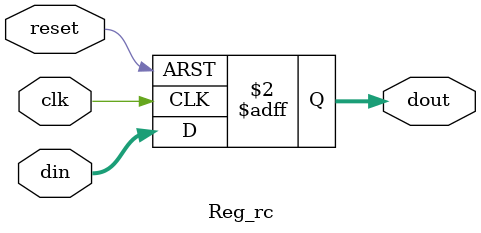
<source format=v>
`timescale 1ns / 1ps


module Reg_rc(din,
dout,clk,reset
    );
    input [3:0] din;
    output reg[3:0] dout;
    input clk,reset;
    
    always @ (negedge clk or posedge reset)
     begin
         if (reset)
          dout<=4'b0000;
         else
         dout<= din;
    end
    
endmodule

</source>
